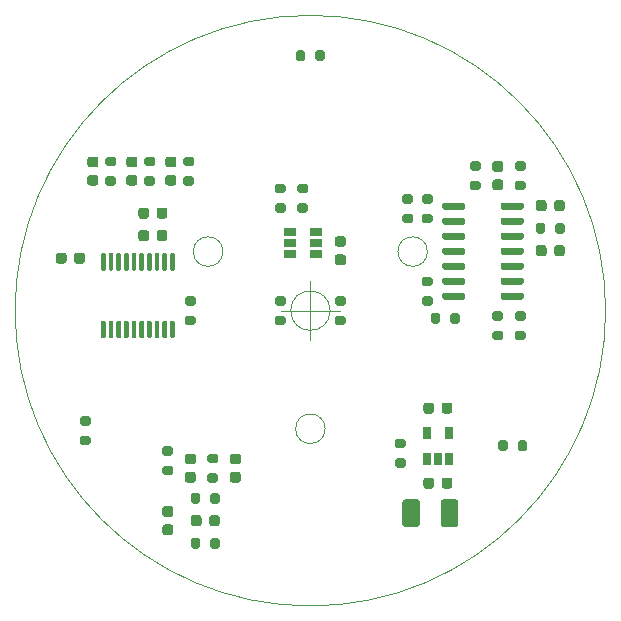
<source format=gbr>
%TF.GenerationSoftware,KiCad,Pcbnew,(5.1.10)-1*%
%TF.CreationDate,2021-07-18T17:44:11+03:00*%
%TF.ProjectId,Flow,466c6f77-2e6b-4696-9361-645f70636258,rev?*%
%TF.SameCoordinates,Original*%
%TF.FileFunction,Paste,Top*%
%TF.FilePolarity,Positive*%
%FSLAX46Y46*%
G04 Gerber Fmt 4.6, Leading zero omitted, Abs format (unit mm)*
G04 Created by KiCad (PCBNEW (5.1.10)-1) date 2021-07-18 17:44:11*
%MOMM*%
%LPD*%
G01*
G04 APERTURE LIST*
%TA.AperFunction,Profile*%
%ADD10C,0.050000*%
%TD*%
%ADD11R,1.060000X0.650000*%
%ADD12R,0.650000X1.060000*%
G04 APERTURE END LIST*
D10*
X-7410254Y5000000D02*
G75*
G03*
X-7410254Y5000000I-1250000J0D01*
G01*
X9910254Y5000000D02*
G75*
G03*
X9910254Y5000000I-1250000J0D01*
G01*
X1250000Y-10000000D02*
G75*
G03*
X1250000Y-10000000I-1250000J0D01*
G01*
X1666666Y0D02*
G75*
G03*
X1666666Y0I-1666666J0D01*
G01*
X-2500000Y0D02*
X2500000Y0D01*
X0Y2500000D02*
X0Y-2500000D01*
X25000000Y0D02*
G75*
G03*
X25000000Y0I-25000000J0D01*
G01*
%TO.C,C4*%
G36*
G01*
X10470000Y-8005000D02*
X10470000Y-8505000D01*
G75*
G02*
X10245000Y-8730000I-225000J0D01*
G01*
X9795000Y-8730000D01*
G75*
G02*
X9570000Y-8505000I0J225000D01*
G01*
X9570000Y-8005000D01*
G75*
G02*
X9795000Y-7780000I225000J0D01*
G01*
X10245000Y-7780000D01*
G75*
G02*
X10470000Y-8005000I0J-225000D01*
G01*
G37*
G36*
G01*
X12020000Y-8005000D02*
X12020000Y-8505000D01*
G75*
G02*
X11795000Y-8730000I-225000J0D01*
G01*
X11345000Y-8730000D01*
G75*
G02*
X11120000Y-8505000I0J225000D01*
G01*
X11120000Y-8005000D01*
G75*
G02*
X11345000Y-7780000I225000J0D01*
G01*
X11795000Y-7780000D01*
G75*
G02*
X12020000Y-8005000I0J-225000D01*
G01*
G37*
%TD*%
%TO.C,U3*%
G36*
G01*
X16100000Y8690000D02*
X16100000Y8990000D01*
G75*
G02*
X16250000Y9140000I150000J0D01*
G01*
X17900000Y9140000D01*
G75*
G02*
X18050000Y8990000I0J-150000D01*
G01*
X18050000Y8690000D01*
G75*
G02*
X17900000Y8540000I-150000J0D01*
G01*
X16250000Y8540000D01*
G75*
G02*
X16100000Y8690000I0J150000D01*
G01*
G37*
G36*
G01*
X16100000Y7420000D02*
X16100000Y7720000D01*
G75*
G02*
X16250000Y7870000I150000J0D01*
G01*
X17900000Y7870000D01*
G75*
G02*
X18050000Y7720000I0J-150000D01*
G01*
X18050000Y7420000D01*
G75*
G02*
X17900000Y7270000I-150000J0D01*
G01*
X16250000Y7270000D01*
G75*
G02*
X16100000Y7420000I0J150000D01*
G01*
G37*
G36*
G01*
X16100000Y6150000D02*
X16100000Y6450000D01*
G75*
G02*
X16250000Y6600000I150000J0D01*
G01*
X17900000Y6600000D01*
G75*
G02*
X18050000Y6450000I0J-150000D01*
G01*
X18050000Y6150000D01*
G75*
G02*
X17900000Y6000000I-150000J0D01*
G01*
X16250000Y6000000D01*
G75*
G02*
X16100000Y6150000I0J150000D01*
G01*
G37*
G36*
G01*
X16100000Y4880000D02*
X16100000Y5180000D01*
G75*
G02*
X16250000Y5330000I150000J0D01*
G01*
X17900000Y5330000D01*
G75*
G02*
X18050000Y5180000I0J-150000D01*
G01*
X18050000Y4880000D01*
G75*
G02*
X17900000Y4730000I-150000J0D01*
G01*
X16250000Y4730000D01*
G75*
G02*
X16100000Y4880000I0J150000D01*
G01*
G37*
G36*
G01*
X16100000Y3610000D02*
X16100000Y3910000D01*
G75*
G02*
X16250000Y4060000I150000J0D01*
G01*
X17900000Y4060000D01*
G75*
G02*
X18050000Y3910000I0J-150000D01*
G01*
X18050000Y3610000D01*
G75*
G02*
X17900000Y3460000I-150000J0D01*
G01*
X16250000Y3460000D01*
G75*
G02*
X16100000Y3610000I0J150000D01*
G01*
G37*
G36*
G01*
X16100000Y2340000D02*
X16100000Y2640000D01*
G75*
G02*
X16250000Y2790000I150000J0D01*
G01*
X17900000Y2790000D01*
G75*
G02*
X18050000Y2640000I0J-150000D01*
G01*
X18050000Y2340000D01*
G75*
G02*
X17900000Y2190000I-150000J0D01*
G01*
X16250000Y2190000D01*
G75*
G02*
X16100000Y2340000I0J150000D01*
G01*
G37*
G36*
G01*
X16100000Y1070000D02*
X16100000Y1370000D01*
G75*
G02*
X16250000Y1520000I150000J0D01*
G01*
X17900000Y1520000D01*
G75*
G02*
X18050000Y1370000I0J-150000D01*
G01*
X18050000Y1070000D01*
G75*
G02*
X17900000Y920000I-150000J0D01*
G01*
X16250000Y920000D01*
G75*
G02*
X16100000Y1070000I0J150000D01*
G01*
G37*
G36*
G01*
X11150000Y1070000D02*
X11150000Y1370000D01*
G75*
G02*
X11300000Y1520000I150000J0D01*
G01*
X12950000Y1520000D01*
G75*
G02*
X13100000Y1370000I0J-150000D01*
G01*
X13100000Y1070000D01*
G75*
G02*
X12950000Y920000I-150000J0D01*
G01*
X11300000Y920000D01*
G75*
G02*
X11150000Y1070000I0J150000D01*
G01*
G37*
G36*
G01*
X11150000Y2340000D02*
X11150000Y2640000D01*
G75*
G02*
X11300000Y2790000I150000J0D01*
G01*
X12950000Y2790000D01*
G75*
G02*
X13100000Y2640000I0J-150000D01*
G01*
X13100000Y2340000D01*
G75*
G02*
X12950000Y2190000I-150000J0D01*
G01*
X11300000Y2190000D01*
G75*
G02*
X11150000Y2340000I0J150000D01*
G01*
G37*
G36*
G01*
X11150000Y3610000D02*
X11150000Y3910000D01*
G75*
G02*
X11300000Y4060000I150000J0D01*
G01*
X12950000Y4060000D01*
G75*
G02*
X13100000Y3910000I0J-150000D01*
G01*
X13100000Y3610000D01*
G75*
G02*
X12950000Y3460000I-150000J0D01*
G01*
X11300000Y3460000D01*
G75*
G02*
X11150000Y3610000I0J150000D01*
G01*
G37*
G36*
G01*
X11150000Y4880000D02*
X11150000Y5180000D01*
G75*
G02*
X11300000Y5330000I150000J0D01*
G01*
X12950000Y5330000D01*
G75*
G02*
X13100000Y5180000I0J-150000D01*
G01*
X13100000Y4880000D01*
G75*
G02*
X12950000Y4730000I-150000J0D01*
G01*
X11300000Y4730000D01*
G75*
G02*
X11150000Y4880000I0J150000D01*
G01*
G37*
G36*
G01*
X11150000Y6150000D02*
X11150000Y6450000D01*
G75*
G02*
X11300000Y6600000I150000J0D01*
G01*
X12950000Y6600000D01*
G75*
G02*
X13100000Y6450000I0J-150000D01*
G01*
X13100000Y6150000D01*
G75*
G02*
X12950000Y6000000I-150000J0D01*
G01*
X11300000Y6000000D01*
G75*
G02*
X11150000Y6150000I0J150000D01*
G01*
G37*
G36*
G01*
X11150000Y7420000D02*
X11150000Y7720000D01*
G75*
G02*
X11300000Y7870000I150000J0D01*
G01*
X12950000Y7870000D01*
G75*
G02*
X13100000Y7720000I0J-150000D01*
G01*
X13100000Y7420000D01*
G75*
G02*
X12950000Y7270000I-150000J0D01*
G01*
X11300000Y7270000D01*
G75*
G02*
X11150000Y7420000I0J150000D01*
G01*
G37*
G36*
G01*
X11150000Y8690000D02*
X11150000Y8990000D01*
G75*
G02*
X11300000Y9140000I150000J0D01*
G01*
X12950000Y9140000D01*
G75*
G02*
X13100000Y8990000I0J-150000D01*
G01*
X13100000Y8690000D01*
G75*
G02*
X12950000Y8540000I-150000J0D01*
G01*
X11300000Y8540000D01*
G75*
G02*
X11150000Y8690000I0J150000D01*
G01*
G37*
%TD*%
D11*
%TO.C,U1*%
X465000Y5715000D03*
X465000Y6665000D03*
X465000Y4765000D03*
X-1735000Y4765000D03*
X-1735000Y5715000D03*
X-1735000Y6665000D03*
%TD*%
%TO.C,C2*%
G36*
G01*
X11035000Y-18070000D02*
X11035000Y-16220000D01*
G75*
G02*
X11285000Y-15970000I250000J0D01*
G01*
X12285000Y-15970000D01*
G75*
G02*
X12535000Y-16220000I0J-250000D01*
G01*
X12535000Y-18070000D01*
G75*
G02*
X12285000Y-18320000I-250000J0D01*
G01*
X11285000Y-18320000D01*
G75*
G02*
X11035000Y-18070000I0J250000D01*
G01*
G37*
G36*
G01*
X7785000Y-18070000D02*
X7785000Y-16220000D01*
G75*
G02*
X8035000Y-15970000I250000J0D01*
G01*
X9035000Y-15970000D01*
G75*
G02*
X9285000Y-16220000I0J-250000D01*
G01*
X9285000Y-18070000D01*
G75*
G02*
X9035000Y-18320000I-250000J0D01*
G01*
X8035000Y-18320000D01*
G75*
G02*
X7785000Y-18070000I0J250000D01*
G01*
G37*
%TD*%
%TO.C,U4*%
G36*
G01*
X-11780000Y-855000D02*
X-11580000Y-855000D01*
G75*
G02*
X-11480000Y-955000I0J-100000D01*
G01*
X-11480000Y-2230000D01*
G75*
G02*
X-11580000Y-2330000I-100000J0D01*
G01*
X-11780000Y-2330000D01*
G75*
G02*
X-11880000Y-2230000I0J100000D01*
G01*
X-11880000Y-955000D01*
G75*
G02*
X-11780000Y-855000I100000J0D01*
G01*
G37*
G36*
G01*
X-12430000Y-855000D02*
X-12230000Y-855000D01*
G75*
G02*
X-12130000Y-955000I0J-100000D01*
G01*
X-12130000Y-2230000D01*
G75*
G02*
X-12230000Y-2330000I-100000J0D01*
G01*
X-12430000Y-2330000D01*
G75*
G02*
X-12530000Y-2230000I0J100000D01*
G01*
X-12530000Y-955000D01*
G75*
G02*
X-12430000Y-855000I100000J0D01*
G01*
G37*
G36*
G01*
X-13080000Y-855000D02*
X-12880000Y-855000D01*
G75*
G02*
X-12780000Y-955000I0J-100000D01*
G01*
X-12780000Y-2230000D01*
G75*
G02*
X-12880000Y-2330000I-100000J0D01*
G01*
X-13080000Y-2330000D01*
G75*
G02*
X-13180000Y-2230000I0J100000D01*
G01*
X-13180000Y-955000D01*
G75*
G02*
X-13080000Y-855000I100000J0D01*
G01*
G37*
G36*
G01*
X-13730000Y-855000D02*
X-13530000Y-855000D01*
G75*
G02*
X-13430000Y-955000I0J-100000D01*
G01*
X-13430000Y-2230000D01*
G75*
G02*
X-13530000Y-2330000I-100000J0D01*
G01*
X-13730000Y-2330000D01*
G75*
G02*
X-13830000Y-2230000I0J100000D01*
G01*
X-13830000Y-955000D01*
G75*
G02*
X-13730000Y-855000I100000J0D01*
G01*
G37*
G36*
G01*
X-14380000Y-855000D02*
X-14180000Y-855000D01*
G75*
G02*
X-14080000Y-955000I0J-100000D01*
G01*
X-14080000Y-2230000D01*
G75*
G02*
X-14180000Y-2330000I-100000J0D01*
G01*
X-14380000Y-2330000D01*
G75*
G02*
X-14480000Y-2230000I0J100000D01*
G01*
X-14480000Y-955000D01*
G75*
G02*
X-14380000Y-855000I100000J0D01*
G01*
G37*
G36*
G01*
X-15030000Y-855000D02*
X-14830000Y-855000D01*
G75*
G02*
X-14730000Y-955000I0J-100000D01*
G01*
X-14730000Y-2230000D01*
G75*
G02*
X-14830000Y-2330000I-100000J0D01*
G01*
X-15030000Y-2330000D01*
G75*
G02*
X-15130000Y-2230000I0J100000D01*
G01*
X-15130000Y-955000D01*
G75*
G02*
X-15030000Y-855000I100000J0D01*
G01*
G37*
G36*
G01*
X-15680000Y-855000D02*
X-15480000Y-855000D01*
G75*
G02*
X-15380000Y-955000I0J-100000D01*
G01*
X-15380000Y-2230000D01*
G75*
G02*
X-15480000Y-2330000I-100000J0D01*
G01*
X-15680000Y-2330000D01*
G75*
G02*
X-15780000Y-2230000I0J100000D01*
G01*
X-15780000Y-955000D01*
G75*
G02*
X-15680000Y-855000I100000J0D01*
G01*
G37*
G36*
G01*
X-16330000Y-855000D02*
X-16130000Y-855000D01*
G75*
G02*
X-16030000Y-955000I0J-100000D01*
G01*
X-16030000Y-2230000D01*
G75*
G02*
X-16130000Y-2330000I-100000J0D01*
G01*
X-16330000Y-2330000D01*
G75*
G02*
X-16430000Y-2230000I0J100000D01*
G01*
X-16430000Y-955000D01*
G75*
G02*
X-16330000Y-855000I100000J0D01*
G01*
G37*
G36*
G01*
X-16980000Y-855000D02*
X-16780000Y-855000D01*
G75*
G02*
X-16680000Y-955000I0J-100000D01*
G01*
X-16680000Y-2230000D01*
G75*
G02*
X-16780000Y-2330000I-100000J0D01*
G01*
X-16980000Y-2330000D01*
G75*
G02*
X-17080000Y-2230000I0J100000D01*
G01*
X-17080000Y-955000D01*
G75*
G02*
X-16980000Y-855000I100000J0D01*
G01*
G37*
G36*
G01*
X-17630000Y-855000D02*
X-17430000Y-855000D01*
G75*
G02*
X-17330000Y-955000I0J-100000D01*
G01*
X-17330000Y-2230000D01*
G75*
G02*
X-17430000Y-2330000I-100000J0D01*
G01*
X-17630000Y-2330000D01*
G75*
G02*
X-17730000Y-2230000I0J100000D01*
G01*
X-17730000Y-955000D01*
G75*
G02*
X-17630000Y-855000I100000J0D01*
G01*
G37*
G36*
G01*
X-17630000Y4870000D02*
X-17430000Y4870000D01*
G75*
G02*
X-17330000Y4770000I0J-100000D01*
G01*
X-17330000Y3495000D01*
G75*
G02*
X-17430000Y3395000I-100000J0D01*
G01*
X-17630000Y3395000D01*
G75*
G02*
X-17730000Y3495000I0J100000D01*
G01*
X-17730000Y4770000D01*
G75*
G02*
X-17630000Y4870000I100000J0D01*
G01*
G37*
G36*
G01*
X-16980000Y4870000D02*
X-16780000Y4870000D01*
G75*
G02*
X-16680000Y4770000I0J-100000D01*
G01*
X-16680000Y3495000D01*
G75*
G02*
X-16780000Y3395000I-100000J0D01*
G01*
X-16980000Y3395000D01*
G75*
G02*
X-17080000Y3495000I0J100000D01*
G01*
X-17080000Y4770000D01*
G75*
G02*
X-16980000Y4870000I100000J0D01*
G01*
G37*
G36*
G01*
X-16330000Y4870000D02*
X-16130000Y4870000D01*
G75*
G02*
X-16030000Y4770000I0J-100000D01*
G01*
X-16030000Y3495000D01*
G75*
G02*
X-16130000Y3395000I-100000J0D01*
G01*
X-16330000Y3395000D01*
G75*
G02*
X-16430000Y3495000I0J100000D01*
G01*
X-16430000Y4770000D01*
G75*
G02*
X-16330000Y4870000I100000J0D01*
G01*
G37*
G36*
G01*
X-15680000Y4870000D02*
X-15480000Y4870000D01*
G75*
G02*
X-15380000Y4770000I0J-100000D01*
G01*
X-15380000Y3495000D01*
G75*
G02*
X-15480000Y3395000I-100000J0D01*
G01*
X-15680000Y3395000D01*
G75*
G02*
X-15780000Y3495000I0J100000D01*
G01*
X-15780000Y4770000D01*
G75*
G02*
X-15680000Y4870000I100000J0D01*
G01*
G37*
G36*
G01*
X-15030000Y4870000D02*
X-14830000Y4870000D01*
G75*
G02*
X-14730000Y4770000I0J-100000D01*
G01*
X-14730000Y3495000D01*
G75*
G02*
X-14830000Y3395000I-100000J0D01*
G01*
X-15030000Y3395000D01*
G75*
G02*
X-15130000Y3495000I0J100000D01*
G01*
X-15130000Y4770000D01*
G75*
G02*
X-15030000Y4870000I100000J0D01*
G01*
G37*
G36*
G01*
X-14380000Y4870000D02*
X-14180000Y4870000D01*
G75*
G02*
X-14080000Y4770000I0J-100000D01*
G01*
X-14080000Y3495000D01*
G75*
G02*
X-14180000Y3395000I-100000J0D01*
G01*
X-14380000Y3395000D01*
G75*
G02*
X-14480000Y3495000I0J100000D01*
G01*
X-14480000Y4770000D01*
G75*
G02*
X-14380000Y4870000I100000J0D01*
G01*
G37*
G36*
G01*
X-13730000Y4870000D02*
X-13530000Y4870000D01*
G75*
G02*
X-13430000Y4770000I0J-100000D01*
G01*
X-13430000Y3495000D01*
G75*
G02*
X-13530000Y3395000I-100000J0D01*
G01*
X-13730000Y3395000D01*
G75*
G02*
X-13830000Y3495000I0J100000D01*
G01*
X-13830000Y4770000D01*
G75*
G02*
X-13730000Y4870000I100000J0D01*
G01*
G37*
G36*
G01*
X-13080000Y4870000D02*
X-12880000Y4870000D01*
G75*
G02*
X-12780000Y4770000I0J-100000D01*
G01*
X-12780000Y3495000D01*
G75*
G02*
X-12880000Y3395000I-100000J0D01*
G01*
X-13080000Y3395000D01*
G75*
G02*
X-13180000Y3495000I0J100000D01*
G01*
X-13180000Y4770000D01*
G75*
G02*
X-13080000Y4870000I100000J0D01*
G01*
G37*
G36*
G01*
X-12430000Y4870000D02*
X-12230000Y4870000D01*
G75*
G02*
X-12130000Y4770000I0J-100000D01*
G01*
X-12130000Y3495000D01*
G75*
G02*
X-12230000Y3395000I-100000J0D01*
G01*
X-12430000Y3395000D01*
G75*
G02*
X-12530000Y3495000I0J100000D01*
G01*
X-12530000Y4770000D01*
G75*
G02*
X-12430000Y4870000I100000J0D01*
G01*
G37*
G36*
G01*
X-11780000Y4870000D02*
X-11580000Y4870000D01*
G75*
G02*
X-11480000Y4770000I0J-100000D01*
G01*
X-11480000Y3495000D01*
G75*
G02*
X-11580000Y3395000I-100000J0D01*
G01*
X-11780000Y3395000D01*
G75*
G02*
X-11880000Y3495000I0J100000D01*
G01*
X-11880000Y4770000D01*
G75*
G02*
X-11780000Y4870000I100000J0D01*
G01*
G37*
%TD*%
D12*
%TO.C,U2*%
X9845000Y-10330000D03*
X11745000Y-10330000D03*
X11745000Y-12530000D03*
X10795000Y-12530000D03*
X9845000Y-12530000D03*
%TD*%
%TO.C,R25*%
G36*
G01*
X-7980000Y-12910000D02*
X-8530000Y-12910000D01*
G75*
G02*
X-8730000Y-12710000I0J200000D01*
G01*
X-8730000Y-12310000D01*
G75*
G02*
X-8530000Y-12110000I200000J0D01*
G01*
X-7980000Y-12110000D01*
G75*
G02*
X-7780000Y-12310000I0J-200000D01*
G01*
X-7780000Y-12710000D01*
G75*
G02*
X-7980000Y-12910000I-200000J0D01*
G01*
G37*
G36*
G01*
X-7980000Y-14560000D02*
X-8530000Y-14560000D01*
G75*
G02*
X-8730000Y-14360000I0J200000D01*
G01*
X-8730000Y-13960000D01*
G75*
G02*
X-8530000Y-13760000I200000J0D01*
G01*
X-7980000Y-13760000D01*
G75*
G02*
X-7780000Y-13960000I0J-200000D01*
G01*
X-7780000Y-14360000D01*
G75*
G02*
X-7980000Y-14560000I-200000J0D01*
G01*
G37*
%TD*%
%TO.C,R24*%
G36*
G01*
X-8465000Y-19960000D02*
X-8465000Y-19410000D01*
G75*
G02*
X-8265000Y-19210000I200000J0D01*
G01*
X-7865000Y-19210000D01*
G75*
G02*
X-7665000Y-19410000I0J-200000D01*
G01*
X-7665000Y-19960000D01*
G75*
G02*
X-7865000Y-20160000I-200000J0D01*
G01*
X-8265000Y-20160000D01*
G75*
G02*
X-8465000Y-19960000I0J200000D01*
G01*
G37*
G36*
G01*
X-10115000Y-19960000D02*
X-10115000Y-19410000D01*
G75*
G02*
X-9915000Y-19210000I200000J0D01*
G01*
X-9515000Y-19210000D01*
G75*
G02*
X-9315000Y-19410000I0J-200000D01*
G01*
X-9315000Y-19960000D01*
G75*
G02*
X-9515000Y-20160000I-200000J0D01*
G01*
X-9915000Y-20160000D01*
G75*
G02*
X-10115000Y-19960000I0J200000D01*
G01*
G37*
%TD*%
%TO.C,R23*%
G36*
G01*
X-11790000Y-12275000D02*
X-12340000Y-12275000D01*
G75*
G02*
X-12540000Y-12075000I0J200000D01*
G01*
X-12540000Y-11675000D01*
G75*
G02*
X-12340000Y-11475000I200000J0D01*
G01*
X-11790000Y-11475000D01*
G75*
G02*
X-11590000Y-11675000I0J-200000D01*
G01*
X-11590000Y-12075000D01*
G75*
G02*
X-11790000Y-12275000I-200000J0D01*
G01*
G37*
G36*
G01*
X-11790000Y-13925000D02*
X-12340000Y-13925000D01*
G75*
G02*
X-12540000Y-13725000I0J200000D01*
G01*
X-12540000Y-13325000D01*
G75*
G02*
X-12340000Y-13125000I200000J0D01*
G01*
X-11790000Y-13125000D01*
G75*
G02*
X-11590000Y-13325000I0J-200000D01*
G01*
X-11590000Y-13725000D01*
G75*
G02*
X-11790000Y-13925000I-200000J0D01*
G01*
G37*
%TD*%
%TO.C,R22*%
G36*
G01*
X-9315000Y-15600000D02*
X-9315000Y-16150000D01*
G75*
G02*
X-9515000Y-16350000I-200000J0D01*
G01*
X-9915000Y-16350000D01*
G75*
G02*
X-10115000Y-16150000I0J200000D01*
G01*
X-10115000Y-15600000D01*
G75*
G02*
X-9915000Y-15400000I200000J0D01*
G01*
X-9515000Y-15400000D01*
G75*
G02*
X-9315000Y-15600000I0J-200000D01*
G01*
G37*
G36*
G01*
X-7665000Y-15600000D02*
X-7665000Y-16150000D01*
G75*
G02*
X-7865000Y-16350000I-200000J0D01*
G01*
X-8265000Y-16350000D01*
G75*
G02*
X-8465000Y-16150000I0J200000D01*
G01*
X-8465000Y-15600000D01*
G75*
G02*
X-8265000Y-15400000I200000J0D01*
G01*
X-7865000Y-15400000D01*
G75*
G02*
X-7665000Y-15600000I0J-200000D01*
G01*
G37*
%TD*%
%TO.C,R21*%
G36*
G01*
X-10012000Y12236000D02*
X-10562000Y12236000D01*
G75*
G02*
X-10762000Y12436000I0J200000D01*
G01*
X-10762000Y12836000D01*
G75*
G02*
X-10562000Y13036000I200000J0D01*
G01*
X-10012000Y13036000D01*
G75*
G02*
X-9812000Y12836000I0J-200000D01*
G01*
X-9812000Y12436000D01*
G75*
G02*
X-10012000Y12236000I-200000J0D01*
G01*
G37*
G36*
G01*
X-10012000Y10586000D02*
X-10562000Y10586000D01*
G75*
G02*
X-10762000Y10786000I0J200000D01*
G01*
X-10762000Y11186000D01*
G75*
G02*
X-10562000Y11386000I200000J0D01*
G01*
X-10012000Y11386000D01*
G75*
G02*
X-9812000Y11186000I0J-200000D01*
G01*
X-9812000Y10786000D01*
G75*
G02*
X-10012000Y10586000I-200000J0D01*
G01*
G37*
%TD*%
%TO.C,R20*%
G36*
G01*
X-16616000Y12236000D02*
X-17166000Y12236000D01*
G75*
G02*
X-17366000Y12436000I0J200000D01*
G01*
X-17366000Y12836000D01*
G75*
G02*
X-17166000Y13036000I200000J0D01*
G01*
X-16616000Y13036000D01*
G75*
G02*
X-16416000Y12836000I0J-200000D01*
G01*
X-16416000Y12436000D01*
G75*
G02*
X-16616000Y12236000I-200000J0D01*
G01*
G37*
G36*
G01*
X-16616000Y10586000D02*
X-17166000Y10586000D01*
G75*
G02*
X-17366000Y10786000I0J200000D01*
G01*
X-17366000Y11186000D01*
G75*
G02*
X-17166000Y11386000I200000J0D01*
G01*
X-16616000Y11386000D01*
G75*
G02*
X-16416000Y11186000I0J-200000D01*
G01*
X-16416000Y10786000D01*
G75*
G02*
X-16616000Y10586000I-200000J0D01*
G01*
G37*
%TD*%
%TO.C,R19*%
G36*
G01*
X-13314000Y12236000D02*
X-13864000Y12236000D01*
G75*
G02*
X-14064000Y12436000I0J200000D01*
G01*
X-14064000Y12836000D01*
G75*
G02*
X-13864000Y13036000I200000J0D01*
G01*
X-13314000Y13036000D01*
G75*
G02*
X-13114000Y12836000I0J-200000D01*
G01*
X-13114000Y12436000D01*
G75*
G02*
X-13314000Y12236000I-200000J0D01*
G01*
G37*
G36*
G01*
X-13314000Y10586000D02*
X-13864000Y10586000D01*
G75*
G02*
X-14064000Y10786000I0J200000D01*
G01*
X-14064000Y11186000D01*
G75*
G02*
X-13864000Y11386000I200000J0D01*
G01*
X-13314000Y11386000D01*
G75*
G02*
X-13114000Y11186000I0J-200000D01*
G01*
X-13114000Y10786000D01*
G75*
G02*
X-13314000Y10586000I-200000J0D01*
G01*
G37*
%TD*%
%TO.C,R18*%
G36*
G01*
X8530000Y9061000D02*
X7980000Y9061000D01*
G75*
G02*
X7780000Y9261000I0J200000D01*
G01*
X7780000Y9661000D01*
G75*
G02*
X7980000Y9861000I200000J0D01*
G01*
X8530000Y9861000D01*
G75*
G02*
X8730000Y9661000I0J-200000D01*
G01*
X8730000Y9261000D01*
G75*
G02*
X8530000Y9061000I-200000J0D01*
G01*
G37*
G36*
G01*
X8530000Y7411000D02*
X7980000Y7411000D01*
G75*
G02*
X7780000Y7611000I0J200000D01*
G01*
X7780000Y8011000D01*
G75*
G02*
X7980000Y8211000I200000J0D01*
G01*
X8530000Y8211000D01*
G75*
G02*
X8730000Y8011000I0J-200000D01*
G01*
X8730000Y7611000D01*
G75*
G02*
X8530000Y7411000I-200000J0D01*
G01*
G37*
%TD*%
%TO.C,R17*%
G36*
G01*
X15600000Y-1695000D02*
X16150000Y-1695000D01*
G75*
G02*
X16350000Y-1895000I0J-200000D01*
G01*
X16350000Y-2295000D01*
G75*
G02*
X16150000Y-2495000I-200000J0D01*
G01*
X15600000Y-2495000D01*
G75*
G02*
X15400000Y-2295000I0J200000D01*
G01*
X15400000Y-1895000D01*
G75*
G02*
X15600000Y-1695000I200000J0D01*
G01*
G37*
G36*
G01*
X15600000Y-45000D02*
X16150000Y-45000D01*
G75*
G02*
X16350000Y-245000I0J-200000D01*
G01*
X16350000Y-645000D01*
G75*
G02*
X16150000Y-845000I-200000J0D01*
G01*
X15600000Y-845000D01*
G75*
G02*
X15400000Y-645000I0J200000D01*
G01*
X15400000Y-245000D01*
G75*
G02*
X15600000Y-45000I200000J0D01*
G01*
G37*
%TD*%
%TO.C,R16*%
G36*
G01*
X11855000Y-910000D02*
X11855000Y-360000D01*
G75*
G02*
X12055000Y-160000I200000J0D01*
G01*
X12455000Y-160000D01*
G75*
G02*
X12655000Y-360000I0J-200000D01*
G01*
X12655000Y-910000D01*
G75*
G02*
X12455000Y-1110000I-200000J0D01*
G01*
X12055000Y-1110000D01*
G75*
G02*
X11855000Y-910000I0J200000D01*
G01*
G37*
G36*
G01*
X10205000Y-910000D02*
X10205000Y-360000D01*
G75*
G02*
X10405000Y-160000I200000J0D01*
G01*
X10805000Y-160000D01*
G75*
G02*
X11005000Y-360000I0J-200000D01*
G01*
X11005000Y-910000D01*
G75*
G02*
X10805000Y-1110000I-200000J0D01*
G01*
X10405000Y-1110000D01*
G75*
G02*
X10205000Y-910000I0J200000D01*
G01*
G37*
%TD*%
%TO.C,R15*%
G36*
G01*
X10181000Y9061000D02*
X9631000Y9061000D01*
G75*
G02*
X9431000Y9261000I0J200000D01*
G01*
X9431000Y9661000D01*
G75*
G02*
X9631000Y9861000I200000J0D01*
G01*
X10181000Y9861000D01*
G75*
G02*
X10381000Y9661000I0J-200000D01*
G01*
X10381000Y9261000D01*
G75*
G02*
X10181000Y9061000I-200000J0D01*
G01*
G37*
G36*
G01*
X10181000Y7411000D02*
X9631000Y7411000D01*
G75*
G02*
X9431000Y7611000I0J200000D01*
G01*
X9431000Y8011000D01*
G75*
G02*
X9631000Y8211000I200000J0D01*
G01*
X10181000Y8211000D01*
G75*
G02*
X10381000Y8011000I0J-200000D01*
G01*
X10381000Y7611000D01*
G75*
G02*
X10181000Y7411000I-200000J0D01*
G01*
G37*
%TD*%
%TO.C,R14*%
G36*
G01*
X17505000Y-1695000D02*
X18055000Y-1695000D01*
G75*
G02*
X18255000Y-1895000I0J-200000D01*
G01*
X18255000Y-2295000D01*
G75*
G02*
X18055000Y-2495000I-200000J0D01*
G01*
X17505000Y-2495000D01*
G75*
G02*
X17305000Y-2295000I0J200000D01*
G01*
X17305000Y-1895000D01*
G75*
G02*
X17505000Y-1695000I200000J0D01*
G01*
G37*
G36*
G01*
X17505000Y-45000D02*
X18055000Y-45000D01*
G75*
G02*
X18255000Y-245000I0J-200000D01*
G01*
X18255000Y-645000D01*
G75*
G02*
X18055000Y-845000I-200000J0D01*
G01*
X17505000Y-845000D01*
G75*
G02*
X17305000Y-645000I0J200000D01*
G01*
X17305000Y-245000D01*
G75*
G02*
X17505000Y-45000I200000J0D01*
G01*
G37*
%TD*%
%TO.C,R13*%
G36*
G01*
X9631000Y1226000D02*
X10181000Y1226000D01*
G75*
G02*
X10381000Y1026000I0J-200000D01*
G01*
X10381000Y626000D01*
G75*
G02*
X10181000Y426000I-200000J0D01*
G01*
X9631000Y426000D01*
G75*
G02*
X9431000Y626000I0J200000D01*
G01*
X9431000Y1026000D01*
G75*
G02*
X9631000Y1226000I200000J0D01*
G01*
G37*
G36*
G01*
X9631000Y2876000D02*
X10181000Y2876000D01*
G75*
G02*
X10381000Y2676000I0J-200000D01*
G01*
X10381000Y2276000D01*
G75*
G02*
X10181000Y2076000I-200000J0D01*
G01*
X9631000Y2076000D01*
G75*
G02*
X9431000Y2276000I0J200000D01*
G01*
X9431000Y2676000D01*
G75*
G02*
X9631000Y2876000I200000J0D01*
G01*
G37*
%TD*%
%TO.C,R12*%
G36*
G01*
X19895000Y7260000D02*
X19895000Y6710000D01*
G75*
G02*
X19695000Y6510000I-200000J0D01*
G01*
X19295000Y6510000D01*
G75*
G02*
X19095000Y6710000I0J200000D01*
G01*
X19095000Y7260000D01*
G75*
G02*
X19295000Y7460000I200000J0D01*
G01*
X19695000Y7460000D01*
G75*
G02*
X19895000Y7260000I0J-200000D01*
G01*
G37*
G36*
G01*
X21545000Y7260000D02*
X21545000Y6710000D01*
G75*
G02*
X21345000Y6510000I-200000J0D01*
G01*
X20945000Y6510000D01*
G75*
G02*
X20745000Y6710000I0J200000D01*
G01*
X20745000Y7260000D01*
G75*
G02*
X20945000Y7460000I200000J0D01*
G01*
X21345000Y7460000D01*
G75*
G02*
X21545000Y7260000I0J-200000D01*
G01*
G37*
%TD*%
%TO.C,R11*%
G36*
G01*
X-9885000Y425000D02*
X-10435000Y425000D01*
G75*
G02*
X-10635000Y625000I0J200000D01*
G01*
X-10635000Y1025000D01*
G75*
G02*
X-10435000Y1225000I200000J0D01*
G01*
X-9885000Y1225000D01*
G75*
G02*
X-9685000Y1025000I0J-200000D01*
G01*
X-9685000Y625000D01*
G75*
G02*
X-9885000Y425000I-200000J0D01*
G01*
G37*
G36*
G01*
X-9885000Y-1225000D02*
X-10435000Y-1225000D01*
G75*
G02*
X-10635000Y-1025000I0J200000D01*
G01*
X-10635000Y-625000D01*
G75*
G02*
X-10435000Y-425000I200000J0D01*
G01*
X-9885000Y-425000D01*
G75*
G02*
X-9685000Y-625000I0J-200000D01*
G01*
X-9685000Y-1025000D01*
G75*
G02*
X-9885000Y-1225000I-200000J0D01*
G01*
G37*
%TD*%
%TO.C,R10*%
G36*
G01*
X18055000Y11855000D02*
X17505000Y11855000D01*
G75*
G02*
X17305000Y12055000I0J200000D01*
G01*
X17305000Y12455000D01*
G75*
G02*
X17505000Y12655000I200000J0D01*
G01*
X18055000Y12655000D01*
G75*
G02*
X18255000Y12455000I0J-200000D01*
G01*
X18255000Y12055000D01*
G75*
G02*
X18055000Y11855000I-200000J0D01*
G01*
G37*
G36*
G01*
X18055000Y10205000D02*
X17505000Y10205000D01*
G75*
G02*
X17305000Y10405000I0J200000D01*
G01*
X17305000Y10805000D01*
G75*
G02*
X17505000Y11005000I200000J0D01*
G01*
X18055000Y11005000D01*
G75*
G02*
X18255000Y10805000I0J-200000D01*
G01*
X18255000Y10405000D01*
G75*
G02*
X18055000Y10205000I-200000J0D01*
G01*
G37*
%TD*%
%TO.C,R9*%
G36*
G01*
X13695000Y11005000D02*
X14245000Y11005000D01*
G75*
G02*
X14445000Y10805000I0J-200000D01*
G01*
X14445000Y10405000D01*
G75*
G02*
X14245000Y10205000I-200000J0D01*
G01*
X13695000Y10205000D01*
G75*
G02*
X13495000Y10405000I0J200000D01*
G01*
X13495000Y10805000D01*
G75*
G02*
X13695000Y11005000I200000J0D01*
G01*
G37*
G36*
G01*
X13695000Y12655000D02*
X14245000Y12655000D01*
G75*
G02*
X14445000Y12455000I0J-200000D01*
G01*
X14445000Y12055000D01*
G75*
G02*
X14245000Y11855000I-200000J0D01*
G01*
X13695000Y11855000D01*
G75*
G02*
X13495000Y12055000I0J200000D01*
G01*
X13495000Y12455000D01*
G75*
G02*
X13695000Y12655000I200000J0D01*
G01*
G37*
%TD*%
%TO.C,R8*%
G36*
G01*
X7345000Y-12490000D02*
X7895000Y-12490000D01*
G75*
G02*
X8095000Y-12690000I0J-200000D01*
G01*
X8095000Y-13090000D01*
G75*
G02*
X7895000Y-13290000I-200000J0D01*
G01*
X7345000Y-13290000D01*
G75*
G02*
X7145000Y-13090000I0J200000D01*
G01*
X7145000Y-12690000D01*
G75*
G02*
X7345000Y-12490000I200000J0D01*
G01*
G37*
G36*
G01*
X7345000Y-10840000D02*
X7895000Y-10840000D01*
G75*
G02*
X8095000Y-11040000I0J-200000D01*
G01*
X8095000Y-11440000D01*
G75*
G02*
X7895000Y-11640000I-200000J0D01*
G01*
X7345000Y-11640000D01*
G75*
G02*
X7145000Y-11440000I0J200000D01*
G01*
X7145000Y-11040000D01*
G75*
G02*
X7345000Y-10840000I200000J0D01*
G01*
G37*
%TD*%
%TO.C,R7*%
G36*
G01*
X-2815000Y9100000D02*
X-2265000Y9100000D01*
G75*
G02*
X-2065000Y8900000I0J-200000D01*
G01*
X-2065000Y8500000D01*
G75*
G02*
X-2265000Y8300000I-200000J0D01*
G01*
X-2815000Y8300000D01*
G75*
G02*
X-3015000Y8500000I0J200000D01*
G01*
X-3015000Y8900000D01*
G75*
G02*
X-2815000Y9100000I200000J0D01*
G01*
G37*
G36*
G01*
X-2815000Y10750000D02*
X-2265000Y10750000D01*
G75*
G02*
X-2065000Y10550000I0J-200000D01*
G01*
X-2065000Y10150000D01*
G75*
G02*
X-2265000Y9950000I-200000J0D01*
G01*
X-2815000Y9950000D01*
G75*
G02*
X-3015000Y10150000I0J200000D01*
G01*
X-3015000Y10550000D01*
G75*
G02*
X-2815000Y10750000I200000J0D01*
G01*
G37*
%TD*%
%TO.C,R6*%
G36*
G01*
X-910000Y9100000D02*
X-360000Y9100000D01*
G75*
G02*
X-160000Y8900000I0J-200000D01*
G01*
X-160000Y8500000D01*
G75*
G02*
X-360000Y8300000I-200000J0D01*
G01*
X-910000Y8300000D01*
G75*
G02*
X-1110000Y8500000I0J200000D01*
G01*
X-1110000Y8900000D01*
G75*
G02*
X-910000Y9100000I200000J0D01*
G01*
G37*
G36*
G01*
X-910000Y10750000D02*
X-360000Y10750000D01*
G75*
G02*
X-160000Y10550000I0J-200000D01*
G01*
X-160000Y10150000D01*
G75*
G02*
X-360000Y9950000I-200000J0D01*
G01*
X-910000Y9950000D01*
G75*
G02*
X-1110000Y10150000I0J200000D01*
G01*
X-1110000Y10550000D01*
G75*
G02*
X-910000Y10750000I200000J0D01*
G01*
G37*
%TD*%
%TO.C,R5*%
G36*
G01*
X2265000Y-425000D02*
X2815000Y-425000D01*
G75*
G02*
X3015000Y-625000I0J-200000D01*
G01*
X3015000Y-1025000D01*
G75*
G02*
X2815000Y-1225000I-200000J0D01*
G01*
X2265000Y-1225000D01*
G75*
G02*
X2065000Y-1025000I0J200000D01*
G01*
X2065000Y-625000D01*
G75*
G02*
X2265000Y-425000I200000J0D01*
G01*
G37*
G36*
G01*
X2265000Y1225000D02*
X2815000Y1225000D01*
G75*
G02*
X3015000Y1025000I0J-200000D01*
G01*
X3015000Y625000D01*
G75*
G02*
X2815000Y425000I-200000J0D01*
G01*
X2265000Y425000D01*
G75*
G02*
X2065000Y625000I0J200000D01*
G01*
X2065000Y1025000D01*
G75*
G02*
X2265000Y1225000I200000J0D01*
G01*
G37*
%TD*%
%TO.C,R4*%
G36*
G01*
X-2815000Y-425000D02*
X-2265000Y-425000D01*
G75*
G02*
X-2065000Y-625000I0J-200000D01*
G01*
X-2065000Y-1025000D01*
G75*
G02*
X-2265000Y-1225000I-200000J0D01*
G01*
X-2815000Y-1225000D01*
G75*
G02*
X-3015000Y-1025000I0J200000D01*
G01*
X-3015000Y-625000D01*
G75*
G02*
X-2815000Y-425000I200000J0D01*
G01*
G37*
G36*
G01*
X-2815000Y1225000D02*
X-2265000Y1225000D01*
G75*
G02*
X-2065000Y1025000I0J-200000D01*
G01*
X-2065000Y625000D01*
G75*
G02*
X-2265000Y425000I-200000J0D01*
G01*
X-2815000Y425000D01*
G75*
G02*
X-3015000Y625000I0J200000D01*
G01*
X-3015000Y1025000D01*
G75*
G02*
X-2815000Y1225000I200000J0D01*
G01*
G37*
%TD*%
%TO.C,R3*%
G36*
G01*
X-19325000Y-10585000D02*
X-18775000Y-10585000D01*
G75*
G02*
X-18575000Y-10785000I0J-200000D01*
G01*
X-18575000Y-11185000D01*
G75*
G02*
X-18775000Y-11385000I-200000J0D01*
G01*
X-19325000Y-11385000D01*
G75*
G02*
X-19525000Y-11185000I0J200000D01*
G01*
X-19525000Y-10785000D01*
G75*
G02*
X-19325000Y-10585000I200000J0D01*
G01*
G37*
G36*
G01*
X-19325000Y-8935000D02*
X-18775000Y-8935000D01*
G75*
G02*
X-18575000Y-9135000I0J-200000D01*
G01*
X-18575000Y-9535000D01*
G75*
G02*
X-18775000Y-9735000I-200000J0D01*
G01*
X-19325000Y-9735000D01*
G75*
G02*
X-19525000Y-9535000I0J200000D01*
G01*
X-19525000Y-9135000D01*
G75*
G02*
X-19325000Y-8935000I200000J0D01*
G01*
G37*
%TD*%
%TO.C,R2*%
G36*
G01*
X425000Y21315000D02*
X425000Y21865000D01*
G75*
G02*
X625000Y22065000I200000J0D01*
G01*
X1025000Y22065000D01*
G75*
G02*
X1225000Y21865000I0J-200000D01*
G01*
X1225000Y21315000D01*
G75*
G02*
X1025000Y21115000I-200000J0D01*
G01*
X625000Y21115000D01*
G75*
G02*
X425000Y21315000I0J200000D01*
G01*
G37*
G36*
G01*
X-1225000Y21315000D02*
X-1225000Y21865000D01*
G75*
G02*
X-1025000Y22065000I200000J0D01*
G01*
X-625000Y22065000D01*
G75*
G02*
X-425000Y21865000I0J-200000D01*
G01*
X-425000Y21315000D01*
G75*
G02*
X-625000Y21115000I-200000J0D01*
G01*
X-1025000Y21115000D01*
G75*
G02*
X-1225000Y21315000I0J200000D01*
G01*
G37*
%TD*%
%TO.C,R1*%
G36*
G01*
X16720000Y-11155000D02*
X16720000Y-11705000D01*
G75*
G02*
X16520000Y-11905000I-200000J0D01*
G01*
X16120000Y-11905000D01*
G75*
G02*
X15920000Y-11705000I0J200000D01*
G01*
X15920000Y-11155000D01*
G75*
G02*
X16120000Y-10955000I200000J0D01*
G01*
X16520000Y-10955000D01*
G75*
G02*
X16720000Y-11155000I0J-200000D01*
G01*
G37*
G36*
G01*
X18370000Y-11155000D02*
X18370000Y-11705000D01*
G75*
G02*
X18170000Y-11905000I-200000J0D01*
G01*
X17770000Y-11905000D01*
G75*
G02*
X17570000Y-11705000I0J200000D01*
G01*
X17570000Y-11155000D01*
G75*
G02*
X17770000Y-10955000I200000J0D01*
G01*
X18170000Y-10955000D01*
G75*
G02*
X18370000Y-11155000I0J-200000D01*
G01*
G37*
%TD*%
%TO.C,C17*%
G36*
G01*
X-6100000Y-13010000D02*
X-6600000Y-13010000D01*
G75*
G02*
X-6825000Y-12785000I0J225000D01*
G01*
X-6825000Y-12335000D01*
G75*
G02*
X-6600000Y-12110000I225000J0D01*
G01*
X-6100000Y-12110000D01*
G75*
G02*
X-5875000Y-12335000I0J-225000D01*
G01*
X-5875000Y-12785000D01*
G75*
G02*
X-6100000Y-13010000I-225000J0D01*
G01*
G37*
G36*
G01*
X-6100000Y-14560000D02*
X-6600000Y-14560000D01*
G75*
G02*
X-6825000Y-14335000I0J225000D01*
G01*
X-6825000Y-13885000D01*
G75*
G02*
X-6600000Y-13660000I225000J0D01*
G01*
X-6100000Y-13660000D01*
G75*
G02*
X-5875000Y-13885000I0J-225000D01*
G01*
X-5875000Y-14335000D01*
G75*
G02*
X-6100000Y-14560000I-225000J0D01*
G01*
G37*
%TD*%
%TO.C,C16*%
G36*
G01*
X-11815000Y-17455000D02*
X-12315000Y-17455000D01*
G75*
G02*
X-12540000Y-17230000I0J225000D01*
G01*
X-12540000Y-16780000D01*
G75*
G02*
X-12315000Y-16555000I225000J0D01*
G01*
X-11815000Y-16555000D01*
G75*
G02*
X-11590000Y-16780000I0J-225000D01*
G01*
X-11590000Y-17230000D01*
G75*
G02*
X-11815000Y-17455000I-225000J0D01*
G01*
G37*
G36*
G01*
X-11815000Y-19005000D02*
X-12315000Y-19005000D01*
G75*
G02*
X-12540000Y-18780000I0J225000D01*
G01*
X-12540000Y-18330000D01*
G75*
G02*
X-12315000Y-18105000I225000J0D01*
G01*
X-11815000Y-18105000D01*
G75*
G02*
X-11590000Y-18330000I0J-225000D01*
G01*
X-11590000Y-18780000D01*
G75*
G02*
X-11815000Y-19005000I-225000J0D01*
G01*
G37*
%TD*%
%TO.C,C15*%
G36*
G01*
X-10410000Y-13660000D02*
X-9910000Y-13660000D01*
G75*
G02*
X-9685000Y-13885000I0J-225000D01*
G01*
X-9685000Y-14335000D01*
G75*
G02*
X-9910000Y-14560000I-225000J0D01*
G01*
X-10410000Y-14560000D01*
G75*
G02*
X-10635000Y-14335000I0J225000D01*
G01*
X-10635000Y-13885000D01*
G75*
G02*
X-10410000Y-13660000I225000J0D01*
G01*
G37*
G36*
G01*
X-10410000Y-12110000D02*
X-9910000Y-12110000D01*
G75*
G02*
X-9685000Y-12335000I0J-225000D01*
G01*
X-9685000Y-12785000D01*
G75*
G02*
X-9910000Y-13010000I-225000J0D01*
G01*
X-10410000Y-13010000D01*
G75*
G02*
X-10635000Y-12785000I0J225000D01*
G01*
X-10635000Y-12335000D01*
G75*
G02*
X-10410000Y-12110000I225000J0D01*
G01*
G37*
%TD*%
%TO.C,C14*%
G36*
G01*
X-8565000Y-18030000D02*
X-8565000Y-17530000D01*
G75*
G02*
X-8340000Y-17305000I225000J0D01*
G01*
X-7890000Y-17305000D01*
G75*
G02*
X-7665000Y-17530000I0J-225000D01*
G01*
X-7665000Y-18030000D01*
G75*
G02*
X-7890000Y-18255000I-225000J0D01*
G01*
X-8340000Y-18255000D01*
G75*
G02*
X-8565000Y-18030000I0J225000D01*
G01*
G37*
G36*
G01*
X-10115000Y-18030000D02*
X-10115000Y-17530000D01*
G75*
G02*
X-9890000Y-17305000I225000J0D01*
G01*
X-9440000Y-17305000D01*
G75*
G02*
X-9215000Y-17530000I0J-225000D01*
G01*
X-9215000Y-18030000D01*
G75*
G02*
X-9440000Y-18255000I-225000J0D01*
G01*
X-9890000Y-18255000D01*
G75*
G02*
X-10115000Y-18030000I0J225000D01*
G01*
G37*
%TD*%
%TO.C,C13*%
G36*
G01*
X-11561000Y12136000D02*
X-12061000Y12136000D01*
G75*
G02*
X-12286000Y12361000I0J225000D01*
G01*
X-12286000Y12811000D01*
G75*
G02*
X-12061000Y13036000I225000J0D01*
G01*
X-11561000Y13036000D01*
G75*
G02*
X-11336000Y12811000I0J-225000D01*
G01*
X-11336000Y12361000D01*
G75*
G02*
X-11561000Y12136000I-225000J0D01*
G01*
G37*
G36*
G01*
X-11561000Y10586000D02*
X-12061000Y10586000D01*
G75*
G02*
X-12286000Y10811000I0J225000D01*
G01*
X-12286000Y11261000D01*
G75*
G02*
X-12061000Y11486000I225000J0D01*
G01*
X-11561000Y11486000D01*
G75*
G02*
X-11336000Y11261000I0J-225000D01*
G01*
X-11336000Y10811000D01*
G75*
G02*
X-11561000Y10586000I-225000J0D01*
G01*
G37*
%TD*%
%TO.C,C12*%
G36*
G01*
X-18165000Y12136000D02*
X-18665000Y12136000D01*
G75*
G02*
X-18890000Y12361000I0J225000D01*
G01*
X-18890000Y12811000D01*
G75*
G02*
X-18665000Y13036000I225000J0D01*
G01*
X-18165000Y13036000D01*
G75*
G02*
X-17940000Y12811000I0J-225000D01*
G01*
X-17940000Y12361000D01*
G75*
G02*
X-18165000Y12136000I-225000J0D01*
G01*
G37*
G36*
G01*
X-18165000Y10586000D02*
X-18665000Y10586000D01*
G75*
G02*
X-18890000Y10811000I0J225000D01*
G01*
X-18890000Y11261000D01*
G75*
G02*
X-18665000Y11486000I225000J0D01*
G01*
X-18165000Y11486000D01*
G75*
G02*
X-17940000Y11261000I0J-225000D01*
G01*
X-17940000Y10811000D01*
G75*
G02*
X-18165000Y10586000I-225000J0D01*
G01*
G37*
%TD*%
%TO.C,C11*%
G36*
G01*
X-14863000Y12136000D02*
X-15363000Y12136000D01*
G75*
G02*
X-15588000Y12361000I0J225000D01*
G01*
X-15588000Y12811000D01*
G75*
G02*
X-15363000Y13036000I225000J0D01*
G01*
X-14863000Y13036000D01*
G75*
G02*
X-14638000Y12811000I0J-225000D01*
G01*
X-14638000Y12361000D01*
G75*
G02*
X-14863000Y12136000I-225000J0D01*
G01*
G37*
G36*
G01*
X-14863000Y10586000D02*
X-15363000Y10586000D01*
G75*
G02*
X-15588000Y10811000I0J225000D01*
G01*
X-15588000Y11261000D01*
G75*
G02*
X-15363000Y11486000I225000J0D01*
G01*
X-14863000Y11486000D01*
G75*
G02*
X-14638000Y11261000I0J-225000D01*
G01*
X-14638000Y10811000D01*
G75*
G02*
X-14863000Y10586000I-225000J0D01*
G01*
G37*
%TD*%
%TO.C,C10*%
G36*
G01*
X-13660000Y6600000D02*
X-13660000Y6100000D01*
G75*
G02*
X-13885000Y5875000I-225000J0D01*
G01*
X-14335000Y5875000D01*
G75*
G02*
X-14560000Y6100000I0J225000D01*
G01*
X-14560000Y6600000D01*
G75*
G02*
X-14335000Y6825000I225000J0D01*
G01*
X-13885000Y6825000D01*
G75*
G02*
X-13660000Y6600000I0J-225000D01*
G01*
G37*
G36*
G01*
X-12110000Y6600000D02*
X-12110000Y6100000D01*
G75*
G02*
X-12335000Y5875000I-225000J0D01*
G01*
X-12785000Y5875000D01*
G75*
G02*
X-13010000Y6100000I0J225000D01*
G01*
X-13010000Y6600000D01*
G75*
G02*
X-12785000Y6825000I225000J0D01*
G01*
X-12335000Y6825000D01*
G75*
G02*
X-12110000Y6600000I0J-225000D01*
G01*
G37*
%TD*%
%TO.C,C9*%
G36*
G01*
X-13010000Y8005000D02*
X-13010000Y8505000D01*
G75*
G02*
X-12785000Y8730000I225000J0D01*
G01*
X-12335000Y8730000D01*
G75*
G02*
X-12110000Y8505000I0J-225000D01*
G01*
X-12110000Y8005000D01*
G75*
G02*
X-12335000Y7780000I-225000J0D01*
G01*
X-12785000Y7780000D01*
G75*
G02*
X-13010000Y8005000I0J225000D01*
G01*
G37*
G36*
G01*
X-14560000Y8005000D02*
X-14560000Y8505000D01*
G75*
G02*
X-14335000Y8730000I225000J0D01*
G01*
X-13885000Y8730000D01*
G75*
G02*
X-13660000Y8505000I0J-225000D01*
G01*
X-13660000Y8005000D01*
G75*
G02*
X-13885000Y7780000I-225000J0D01*
G01*
X-14335000Y7780000D01*
G75*
G02*
X-14560000Y8005000I0J225000D01*
G01*
G37*
%TD*%
%TO.C,C8*%
G36*
G01*
X19995000Y9140000D02*
X19995000Y8640000D01*
G75*
G02*
X19770000Y8415000I-225000J0D01*
G01*
X19320000Y8415000D01*
G75*
G02*
X19095000Y8640000I0J225000D01*
G01*
X19095000Y9140000D01*
G75*
G02*
X19320000Y9365000I225000J0D01*
G01*
X19770000Y9365000D01*
G75*
G02*
X19995000Y9140000I0J-225000D01*
G01*
G37*
G36*
G01*
X21545000Y9140000D02*
X21545000Y8640000D01*
G75*
G02*
X21320000Y8415000I-225000J0D01*
G01*
X20870000Y8415000D01*
G75*
G02*
X20645000Y8640000I0J225000D01*
G01*
X20645000Y9140000D01*
G75*
G02*
X20870000Y9365000I225000J0D01*
G01*
X21320000Y9365000D01*
G75*
G02*
X21545000Y9140000I0J-225000D01*
G01*
G37*
%TD*%
%TO.C,C7*%
G36*
G01*
X-20645000Y4695000D02*
X-20645000Y4195000D01*
G75*
G02*
X-20870000Y3970000I-225000J0D01*
G01*
X-21320000Y3970000D01*
G75*
G02*
X-21545000Y4195000I0J225000D01*
G01*
X-21545000Y4695000D01*
G75*
G02*
X-21320000Y4920000I225000J0D01*
G01*
X-20870000Y4920000D01*
G75*
G02*
X-20645000Y4695000I0J-225000D01*
G01*
G37*
G36*
G01*
X-19095000Y4695000D02*
X-19095000Y4195000D01*
G75*
G02*
X-19320000Y3970000I-225000J0D01*
G01*
X-19770000Y3970000D01*
G75*
G02*
X-19995000Y4195000I0J225000D01*
G01*
X-19995000Y4695000D01*
G75*
G02*
X-19770000Y4920000I225000J0D01*
G01*
X-19320000Y4920000D01*
G75*
G02*
X-19095000Y4695000I0J-225000D01*
G01*
G37*
%TD*%
%TO.C,C6*%
G36*
G01*
X19995000Y5330000D02*
X19995000Y4830000D01*
G75*
G02*
X19770000Y4605000I-225000J0D01*
G01*
X19320000Y4605000D01*
G75*
G02*
X19095000Y4830000I0J225000D01*
G01*
X19095000Y5330000D01*
G75*
G02*
X19320000Y5555000I225000J0D01*
G01*
X19770000Y5555000D01*
G75*
G02*
X19995000Y5330000I0J-225000D01*
G01*
G37*
G36*
G01*
X21545000Y5330000D02*
X21545000Y4830000D01*
G75*
G02*
X21320000Y4605000I-225000J0D01*
G01*
X20870000Y4605000D01*
G75*
G02*
X20645000Y4830000I0J225000D01*
G01*
X20645000Y5330000D01*
G75*
G02*
X20870000Y5555000I225000J0D01*
G01*
X21320000Y5555000D01*
G75*
G02*
X21545000Y5330000I0J-225000D01*
G01*
G37*
%TD*%
%TO.C,C5*%
G36*
G01*
X16125000Y11755000D02*
X15625000Y11755000D01*
G75*
G02*
X15400000Y11980000I0J225000D01*
G01*
X15400000Y12430000D01*
G75*
G02*
X15625000Y12655000I225000J0D01*
G01*
X16125000Y12655000D01*
G75*
G02*
X16350000Y12430000I0J-225000D01*
G01*
X16350000Y11980000D01*
G75*
G02*
X16125000Y11755000I-225000J0D01*
G01*
G37*
G36*
G01*
X16125000Y10205000D02*
X15625000Y10205000D01*
G75*
G02*
X15400000Y10430000I0J225000D01*
G01*
X15400000Y10880000D01*
G75*
G02*
X15625000Y11105000I225000J0D01*
G01*
X16125000Y11105000D01*
G75*
G02*
X16350000Y10880000I0J-225000D01*
G01*
X16350000Y10430000D01*
G75*
G02*
X16125000Y10205000I-225000J0D01*
G01*
G37*
%TD*%
%TO.C,C3*%
G36*
G01*
X11120000Y-14855000D02*
X11120000Y-14355000D01*
G75*
G02*
X11345000Y-14130000I225000J0D01*
G01*
X11795000Y-14130000D01*
G75*
G02*
X12020000Y-14355000I0J-225000D01*
G01*
X12020000Y-14855000D01*
G75*
G02*
X11795000Y-15080000I-225000J0D01*
G01*
X11345000Y-15080000D01*
G75*
G02*
X11120000Y-14855000I0J225000D01*
G01*
G37*
G36*
G01*
X9570000Y-14855000D02*
X9570000Y-14355000D01*
G75*
G02*
X9795000Y-14130000I225000J0D01*
G01*
X10245000Y-14130000D01*
G75*
G02*
X10470000Y-14355000I0J-225000D01*
G01*
X10470000Y-14855000D01*
G75*
G02*
X10245000Y-15080000I-225000J0D01*
G01*
X9795000Y-15080000D01*
G75*
G02*
X9570000Y-14855000I0J225000D01*
G01*
G37*
%TD*%
%TO.C,C1*%
G36*
G01*
X2290000Y4755000D02*
X2790000Y4755000D01*
G75*
G02*
X3015000Y4530000I0J-225000D01*
G01*
X3015000Y4080000D01*
G75*
G02*
X2790000Y3855000I-225000J0D01*
G01*
X2290000Y3855000D01*
G75*
G02*
X2065000Y4080000I0J225000D01*
G01*
X2065000Y4530000D01*
G75*
G02*
X2290000Y4755000I225000J0D01*
G01*
G37*
G36*
G01*
X2290000Y6305000D02*
X2790000Y6305000D01*
G75*
G02*
X3015000Y6080000I0J-225000D01*
G01*
X3015000Y5630000D01*
G75*
G02*
X2790000Y5405000I-225000J0D01*
G01*
X2290000Y5405000D01*
G75*
G02*
X2065000Y5630000I0J225000D01*
G01*
X2065000Y6080000D01*
G75*
G02*
X2290000Y6305000I225000J0D01*
G01*
G37*
%TD*%
M02*

</source>
